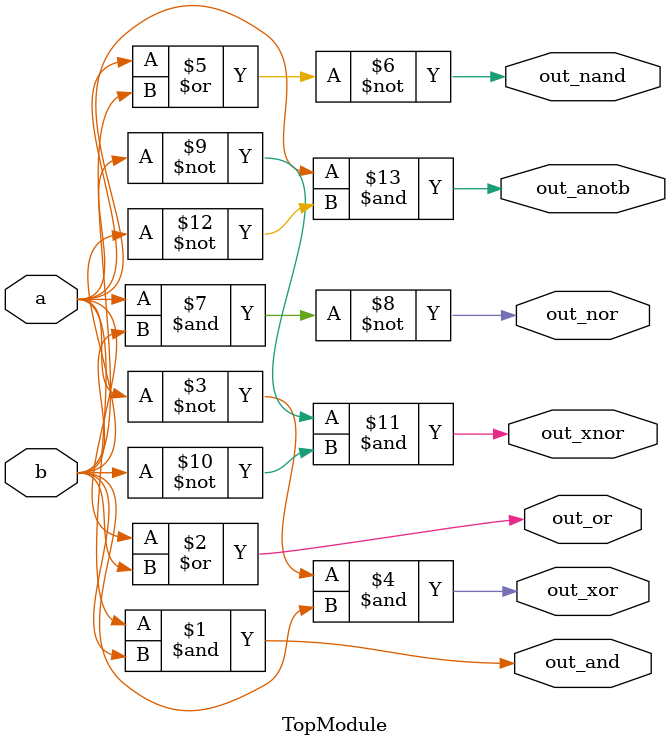
<source format=sv>

module TopModule (
    input a,      // Input signal
    input b,      // Input signal
    output out_and,  // Output: a and b
    output out_or,   // Output: a or b
    output out_xor, // Output: a xor b
    output out_nand, // Output: a nand b
    output out_nor,  // Output: a nor b
    output out_xnor, // Output: a xnor b
    output out_anotb  // Output: a and-not b
);

    assign out_and = a & b;          // (1) out_and: a and b
    assign out_or = a | b;           // (2) out_or: a or b
    assign out_xor = ~a & b;         // (3) out_xor: a xor b
    assign out_nand = ~(a | b);      // (4) out_nand: a nand b
    assign out_nor = ~(a & b);       // (5) out_nor: a nor b
    assign out_xnor = ~a & ~b;        // (6) out_xnor: a xnor b
    assign out_anotb = a & (~b);      // (7) out_anotb: a and-not b

endmodule

// VERILOG-EVAL: errant inclusion of module definition

</source>
